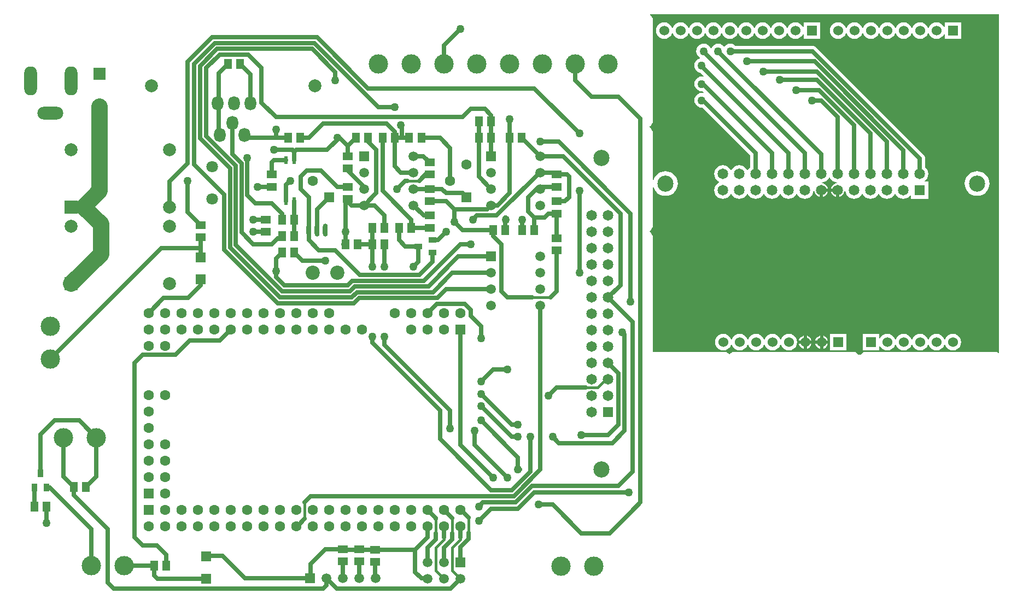
<source format=gtl>
%FSLAX25Y25*%
%MOIN*%
G70*
G01*
G75*
G04 Layer_Physical_Order=1*
G04 Layer_Color=255*
%ADD10R,0.05118X0.05906*%
%ADD11R,0.05118X0.03347*%
%ADD12R,0.06000X0.06000*%
%ADD13R,0.03347X0.05118*%
%ADD14R,0.02362X0.05118*%
%ADD15R,0.05906X0.05118*%
%ADD16C,0.02500*%
%ADD17C,0.10000*%
%ADD18C,0.01500*%
%ADD19O,0.07087X0.08661*%
%ADD20R,0.06000X0.06000*%
%ADD21C,0.06000*%
%ADD22C,0.07874*%
%ADD23R,0.07874X0.07874*%
%ADD24O,0.15748X0.07874*%
%ADD25O,0.07874X0.17716*%
%ADD26O,0.03000X0.07874*%
%ADD27R,0.06299X0.06299*%
%ADD28C,0.06299*%
%ADD29O,0.03000X0.07874*%
%ADD30C,0.07087*%
%ADD31R,0.05906X0.05906*%
%ADD32C,0.05906*%
%ADD33R,0.07284X0.07284*%
%ADD34C,0.07284*%
%ADD35R,0.06299X0.06299*%
%ADD36C,0.08661*%
%ADD37C,0.06496*%
%ADD38R,0.06496X0.06496*%
%ADD39R,0.06496X0.06496*%
%ADD40C,0.11811*%
%ADD41C,0.09843*%
%ADD42C,0.05000*%
G36*
X598750Y148649D02*
X598302Y148428D01*
X598251Y148467D01*
X597286Y148866D01*
X596250Y149003D01*
X517500D01*
X516464Y148866D01*
X515499Y148467D01*
X514670Y147830D01*
X514416Y147500D01*
X513084D01*
X512830Y147830D01*
X512001Y148467D01*
X511036Y148866D01*
X510000Y149003D01*
X437500D01*
X436464Y148866D01*
X435499Y148467D01*
X434695Y147850D01*
X434659Y147830D01*
X434091D01*
X434055Y147850D01*
X433251Y148467D01*
X432286Y148866D01*
X431250Y149003D01*
X388001D01*
X387671Y149379D01*
X387753Y150000D01*
Y218750D01*
X387616Y219786D01*
X387216Y220751D01*
X386580Y221580D01*
X385751Y222217D01*
X385670Y222250D01*
Y222750D01*
X385751Y222783D01*
X386580Y223420D01*
X387216Y224249D01*
X387616Y225214D01*
X387753Y226250D01*
Y249287D01*
X388253Y249361D01*
X388410Y248842D01*
X389108Y247537D01*
X390047Y246393D01*
X391190Y245454D01*
X392495Y244757D01*
X393911Y244327D01*
X395384Y244182D01*
X396856Y244327D01*
X398272Y244757D01*
X399577Y245454D01*
X400721Y246393D01*
X401660Y247537D01*
X402357Y248842D01*
X402787Y250258D01*
X402932Y251730D01*
X402787Y253203D01*
X402357Y254619D01*
X401660Y255924D01*
X400721Y257068D01*
X399577Y258006D01*
X398272Y258704D01*
X396856Y259133D01*
X395384Y259278D01*
X393911Y259133D01*
X392495Y258704D01*
X391190Y258006D01*
X390047Y257068D01*
X389108Y255924D01*
X388410Y254619D01*
X388253Y254100D01*
X387753Y254174D01*
Y282500D01*
X387616Y283536D01*
X387216Y284501D01*
X386580Y285330D01*
X385751Y285966D01*
X385670Y286000D01*
Y286500D01*
X385751Y286533D01*
X386580Y287170D01*
X387216Y287999D01*
X387616Y288964D01*
X387753Y290000D01*
Y351250D01*
X387616Y352286D01*
X387216Y353251D01*
X386580Y354080D01*
X386034Y354500D01*
X386203Y355000D01*
X598750D01*
Y148649D01*
D02*
G37*
%LPC*%
G36*
X479625Y158903D02*
X479581Y158897D01*
X478608Y158494D01*
X477772Y157853D01*
X477131Y157017D01*
X476728Y156044D01*
X476722Y156000D01*
X479625D01*
Y158903D01*
D02*
G37*
G36*
X494528Y154000D02*
X491625D01*
Y151097D01*
X491669Y151103D01*
X492642Y151506D01*
X493478Y152147D01*
X494119Y152983D01*
X494522Y153956D01*
X494528Y154000D01*
D02*
G37*
G36*
X489625Y158903D02*
X489581Y158897D01*
X488608Y158494D01*
X487772Y157853D01*
X487131Y157017D01*
X486728Y156044D01*
X486722Y156000D01*
X489625D01*
Y158903D01*
D02*
G37*
G36*
X481625D02*
Y156000D01*
X484528D01*
X484522Y156044D01*
X484119Y157017D01*
X483478Y157853D01*
X482642Y158494D01*
X481669Y158897D01*
X481625Y158903D01*
D02*
G37*
G36*
X484528Y154000D02*
X481625D01*
Y151097D01*
X481669Y151103D01*
X482642Y151506D01*
X483478Y152147D01*
X484119Y152983D01*
X484522Y153956D01*
X484528Y154000D01*
D02*
G37*
G36*
X479625D02*
X476722D01*
X476728Y153956D01*
X477131Y152983D01*
X477772Y152147D01*
X478608Y151506D01*
X479581Y151103D01*
X479625Y151097D01*
Y154000D01*
D02*
G37*
G36*
X505625Y160000D02*
X495625D01*
Y150000D01*
X505625D01*
Y160000D01*
D02*
G37*
G36*
X489625Y154000D02*
X486722D01*
X486728Y153956D01*
X487131Y152983D01*
X487772Y152147D01*
X488608Y151506D01*
X489581Y151103D01*
X489625Y151097D01*
Y154000D01*
D02*
G37*
G36*
X491625Y158903D02*
Y156000D01*
X494528D01*
X494522Y156044D01*
X494119Y157017D01*
X493478Y157853D01*
X492642Y158494D01*
X491669Y158897D01*
X491625Y158903D01*
D02*
G37*
G36*
X435000Y337039D02*
X433825Y336884D01*
X432731Y336431D01*
X431791Y335709D01*
X431500Y335331D01*
X431000D01*
X430709Y335709D01*
X429769Y336431D01*
X428675Y336884D01*
X427500Y337039D01*
X426325Y336884D01*
X425231Y336431D01*
X424291Y335709D01*
X423569Y334769D01*
X423375Y334300D01*
X422875D01*
X422681Y334769D01*
X421959Y335709D01*
X421019Y336431D01*
X419925Y336884D01*
X418750Y337039D01*
X417575Y336884D01*
X416481Y336431D01*
X415541Y335709D01*
X414819Y334769D01*
X414366Y333675D01*
X414211Y332500D01*
X414366Y331325D01*
X414819Y330231D01*
X415541Y329291D01*
X416381Y328646D01*
X416337Y328244D01*
X416281Y328116D01*
X415231Y327681D01*
X414291Y326959D01*
X413569Y326019D01*
X413116Y324925D01*
X412961Y323750D01*
X413116Y322575D01*
X413569Y321481D01*
X414291Y320541D01*
X415231Y319819D01*
X416325Y319366D01*
X416850Y319297D01*
X418803Y317343D01*
X418537Y316902D01*
X417500Y317039D01*
X416325Y316884D01*
X415231Y316431D01*
X414291Y315709D01*
X413569Y314769D01*
X413116Y313675D01*
X412961Y312500D01*
X413116Y311325D01*
X413569Y310231D01*
X414291Y309291D01*
X415231Y308569D01*
X416325Y308116D01*
X417500Y307961D01*
X418106Y308041D01*
X418803Y307343D01*
X418537Y306902D01*
X417500Y307039D01*
X416325Y306884D01*
X415231Y306431D01*
X414291Y305709D01*
X413569Y304769D01*
X413116Y303675D01*
X412961Y302500D01*
X413116Y301325D01*
X413569Y300231D01*
X414291Y299291D01*
X415231Y298569D01*
X416325Y298116D01*
X417500Y297961D01*
X418106Y298041D01*
X447106Y269041D01*
Y261814D01*
X446641Y261457D01*
X445800Y260361D01*
X445634Y259961D01*
X445134D01*
X444968Y260361D01*
X444127Y261457D01*
X443031Y262299D01*
X441754Y262827D01*
X440384Y263008D01*
X439014Y262827D01*
X437737Y262299D01*
X436641Y261457D01*
X435800Y260361D01*
X435634Y259961D01*
X435134D01*
X434968Y260361D01*
X434127Y261457D01*
X433031Y262299D01*
X431754Y262827D01*
X430384Y263008D01*
X429014Y262827D01*
X427737Y262299D01*
X426641Y261457D01*
X425800Y260361D01*
X425271Y259085D01*
X425091Y257715D01*
X425271Y256345D01*
X425800Y255068D01*
X426641Y253972D01*
X427737Y253130D01*
X428138Y252964D01*
Y252465D01*
X427737Y252299D01*
X426641Y251458D01*
X425800Y250361D01*
X425271Y249084D01*
X425091Y247714D01*
X425271Y246344D01*
X425800Y245068D01*
X426641Y243972D01*
X427737Y243130D01*
X429014Y242602D01*
X430384Y242421D01*
X431754Y242602D01*
X433031Y243130D01*
X434127Y243972D01*
X434968Y245068D01*
X435134Y245468D01*
X435634D01*
X435800Y245068D01*
X436641Y243972D01*
X437737Y243130D01*
X439014Y242602D01*
X440384Y242421D01*
X441754Y242602D01*
X443031Y243130D01*
X444127Y243972D01*
X444968Y245068D01*
X445134Y245468D01*
X445634D01*
X445800Y245068D01*
X446641Y243972D01*
X447737Y243130D01*
X449014Y242602D01*
X450384Y242421D01*
X451754Y242602D01*
X453030Y243130D01*
X454127Y243972D01*
X454968Y245068D01*
X455134Y245468D01*
X455634D01*
X455800Y245068D01*
X456641Y243972D01*
X457737Y243130D01*
X459014Y242602D01*
X460384Y242421D01*
X461754Y242602D01*
X463030Y243130D01*
X464127Y243972D01*
X464968Y245068D01*
X465134Y245468D01*
X465634D01*
X465800Y245068D01*
X466641Y243972D01*
X467737Y243130D01*
X469014Y242602D01*
X470384Y242421D01*
X471754Y242602D01*
X473031Y243130D01*
X474127Y243972D01*
X474968Y245068D01*
X475134Y245468D01*
X475634D01*
X475800Y245068D01*
X476641Y243972D01*
X477737Y243130D01*
X479014Y242602D01*
X480384Y242421D01*
X481754Y242602D01*
X483031Y243130D01*
X484127Y243972D01*
X484968Y245068D01*
X485497Y246344D01*
X485636Y247402D01*
X486140D01*
X486245Y246606D01*
X486673Y245572D01*
X487354Y244685D01*
X488241Y244004D01*
X489275Y243576D01*
X489384Y243562D01*
Y247714D01*
X490384D01*
Y248714D01*
X494537D01*
X494522Y248823D01*
X494095Y249857D01*
X493414Y250744D01*
X492526Y251425D01*
X491493Y251853D01*
X490696Y251958D01*
Y252462D01*
X491754Y252602D01*
X493031Y253130D01*
X494127Y253972D01*
X494968Y255068D01*
X495134Y255468D01*
X495634D01*
X495800Y255068D01*
X496641Y253972D01*
X497737Y253130D01*
X499014Y252602D01*
X500071Y252462D01*
Y251958D01*
X499275Y251853D01*
X498242Y251425D01*
X497354Y250744D01*
X496673Y249857D01*
X496245Y248823D01*
X496231Y248714D01*
X500384D01*
Y247714D01*
X501384D01*
Y243562D01*
X501493Y243576D01*
X502526Y244004D01*
X503414Y244685D01*
X504095Y245572D01*
X504523Y246606D01*
X504627Y247402D01*
X505132D01*
X505271Y246344D01*
X505800Y245068D01*
X506641Y243972D01*
X507737Y243130D01*
X509014Y242602D01*
X510384Y242421D01*
X511754Y242602D01*
X513030Y243130D01*
X514127Y243972D01*
X514968Y245068D01*
X515134Y245468D01*
X515634D01*
X515800Y245068D01*
X516641Y243972D01*
X517737Y243130D01*
X519014Y242602D01*
X520384Y242421D01*
X521754Y242602D01*
X523031Y243130D01*
X524127Y243972D01*
X524968Y245068D01*
X525134Y245468D01*
X525634D01*
X525800Y245068D01*
X526641Y243972D01*
X527737Y243130D01*
X529014Y242602D01*
X530384Y242421D01*
X531754Y242602D01*
X533031Y243130D01*
X534127Y243972D01*
X534968Y245068D01*
X535134Y245468D01*
X535634D01*
X535800Y245068D01*
X536641Y243972D01*
X537737Y243130D01*
X539014Y242602D01*
X540384Y242421D01*
X541754Y242602D01*
X543031Y243130D01*
X544127Y243972D01*
X544636Y244635D01*
X545136Y244465D01*
Y242466D01*
X555632D01*
Y252963D01*
X553633D01*
X553463Y253463D01*
X554127Y253972D01*
X554968Y255068D01*
X555497Y256345D01*
X555677Y257715D01*
X555497Y259085D01*
X554968Y260361D01*
X554127Y261457D01*
X553662Y261814D01*
Y267116D01*
X553606Y267540D01*
X553550Y267965D01*
X553386Y268360D01*
X553223Y268755D01*
X552702Y269434D01*
X487318Y334818D01*
X486639Y335339D01*
X486244Y335503D01*
X485848Y335666D01*
X485424Y335722D01*
X485000Y335778D01*
X438120D01*
X437269Y336431D01*
X436175Y336884D01*
X435000Y337039D01*
D02*
G37*
G36*
X585384Y259278D02*
X583911Y259133D01*
X582495Y258704D01*
X581190Y258006D01*
X580047Y257068D01*
X579108Y255924D01*
X578410Y254619D01*
X577981Y253203D01*
X577836Y251730D01*
X577981Y250258D01*
X578410Y248842D01*
X579108Y247537D01*
X580047Y246393D01*
X581190Y245454D01*
X582495Y244757D01*
X583911Y244327D01*
X585384Y244182D01*
X586856Y244327D01*
X588272Y244757D01*
X589577Y245454D01*
X590721Y246393D01*
X591660Y247537D01*
X592357Y248842D01*
X592787Y250258D01*
X592932Y251730D01*
X592787Y253203D01*
X592357Y254619D01*
X591660Y255924D01*
X590721Y257068D01*
X589577Y258006D01*
X588272Y258704D01*
X586856Y259133D01*
X585384Y259278D01*
D02*
G37*
G36*
X560625Y350043D02*
X559320Y349871D01*
X558103Y349367D01*
X557059Y348566D01*
X556257Y347522D01*
X555896Y346648D01*
X555354D01*
X554992Y347522D01*
X554191Y348566D01*
X553147Y349367D01*
X551930Y349871D01*
X550625Y350043D01*
X549320Y349871D01*
X548103Y349367D01*
X547059Y348566D01*
X546257Y347522D01*
X545896Y346648D01*
X545354D01*
X544992Y347522D01*
X544191Y348566D01*
X543147Y349367D01*
X541930Y349871D01*
X540625Y350043D01*
X539320Y349871D01*
X538103Y349367D01*
X537059Y348566D01*
X536258Y347522D01*
X535896Y346648D01*
X535354D01*
X534993Y347522D01*
X534191Y348566D01*
X533147Y349367D01*
X531930Y349871D01*
X530625Y350043D01*
X529320Y349871D01*
X528103Y349367D01*
X527059Y348566D01*
X526258Y347522D01*
X525896Y346648D01*
X525354D01*
X524993Y347522D01*
X524191Y348566D01*
X523147Y349367D01*
X521930Y349871D01*
X520625Y350043D01*
X519320Y349871D01*
X518103Y349367D01*
X517059Y348566D01*
X516257Y347522D01*
X515896Y346648D01*
X515354D01*
X514993Y347522D01*
X514191Y348566D01*
X513147Y349367D01*
X511930Y349871D01*
X510625Y350043D01*
X509320Y349871D01*
X508103Y349367D01*
X507059Y348566D01*
X506257Y347522D01*
X505896Y346648D01*
X505354D01*
X504992Y347522D01*
X504191Y348566D01*
X503147Y349367D01*
X501930Y349871D01*
X500625Y350043D01*
X499320Y349871D01*
X498103Y349367D01*
X497059Y348566D01*
X496257Y347522D01*
X495754Y346305D01*
X495582Y345000D01*
X495754Y343695D01*
X496257Y342478D01*
X497059Y341434D01*
X498103Y340633D01*
X499320Y340129D01*
X500625Y339957D01*
X501930Y340129D01*
X503147Y340633D01*
X504191Y341434D01*
X504992Y342478D01*
X505354Y343352D01*
X505896D01*
X506257Y342478D01*
X507059Y341434D01*
X508103Y340633D01*
X509320Y340129D01*
X510625Y339957D01*
X511930Y340129D01*
X513147Y340633D01*
X514191Y341434D01*
X514993Y342478D01*
X515354Y343352D01*
X515896D01*
X516257Y342478D01*
X517059Y341434D01*
X518103Y340633D01*
X519320Y340129D01*
X520625Y339957D01*
X521930Y340129D01*
X523147Y340633D01*
X524191Y341434D01*
X524993Y342478D01*
X525354Y343352D01*
X525896D01*
X526258Y342478D01*
X527059Y341434D01*
X528103Y340633D01*
X529320Y340129D01*
X530625Y339957D01*
X531930Y340129D01*
X533147Y340633D01*
X534191Y341434D01*
X534993Y342478D01*
X535354Y343352D01*
X535896D01*
X536258Y342478D01*
X537059Y341434D01*
X538103Y340633D01*
X539320Y340129D01*
X540625Y339957D01*
X541930Y340129D01*
X543147Y340633D01*
X544191Y341434D01*
X544992Y342478D01*
X545354Y343352D01*
X545896D01*
X546257Y342478D01*
X547059Y341434D01*
X548103Y340633D01*
X549320Y340129D01*
X550625Y339957D01*
X551930Y340129D01*
X553147Y340633D01*
X554191Y341434D01*
X554992Y342478D01*
X555354Y343352D01*
X555896D01*
X556257Y342478D01*
X557059Y341434D01*
X558103Y340633D01*
X559320Y340129D01*
X560625Y339957D01*
X561930Y340129D01*
X563147Y340633D01*
X564191Y341434D01*
X564993Y342478D01*
X565125Y342798D01*
X565625Y342699D01*
Y340000D01*
X575625D01*
Y350000D01*
X565625D01*
Y347301D01*
X565125Y347202D01*
X564993Y347522D01*
X564191Y348566D01*
X563147Y349367D01*
X561930Y349871D01*
X560625Y350043D01*
D02*
G37*
G36*
X474625D02*
X473320Y349871D01*
X472103Y349367D01*
X471059Y348566D01*
X470258Y347522D01*
X469896Y346648D01*
X469354D01*
X468993Y347522D01*
X468191Y348566D01*
X467147Y349367D01*
X465930Y349871D01*
X464625Y350043D01*
X463320Y349871D01*
X462103Y349367D01*
X461059Y348566D01*
X460257Y347522D01*
X459896Y346648D01*
X459354D01*
X458992Y347522D01*
X458191Y348566D01*
X457147Y349367D01*
X455930Y349871D01*
X454625Y350043D01*
X453320Y349871D01*
X452103Y349367D01*
X451059Y348566D01*
X450257Y347522D01*
X449896Y346648D01*
X449354D01*
X448992Y347522D01*
X448191Y348566D01*
X447147Y349367D01*
X445930Y349871D01*
X444625Y350043D01*
X443320Y349871D01*
X442103Y349367D01*
X441059Y348566D01*
X440258Y347522D01*
X439896Y346648D01*
X439354D01*
X438993Y347522D01*
X438191Y348566D01*
X437147Y349367D01*
X435930Y349871D01*
X434625Y350043D01*
X433320Y349871D01*
X432103Y349367D01*
X431059Y348566D01*
X430258Y347522D01*
X429896Y346648D01*
X429354D01*
X428993Y347522D01*
X428191Y348566D01*
X427147Y349367D01*
X425930Y349871D01*
X424625Y350043D01*
X423320Y349871D01*
X422103Y349367D01*
X421059Y348566D01*
X420258Y347522D01*
X419896Y346648D01*
X419354D01*
X418993Y347522D01*
X418191Y348566D01*
X417147Y349367D01*
X415930Y349871D01*
X414625Y350043D01*
X413320Y349871D01*
X412103Y349367D01*
X411059Y348566D01*
X410257Y347522D01*
X409896Y346648D01*
X409354D01*
X408992Y347522D01*
X408191Y348566D01*
X407147Y349367D01*
X405930Y349871D01*
X404625Y350043D01*
X403320Y349871D01*
X402103Y349367D01*
X401059Y348566D01*
X400257Y347522D01*
X399896Y346648D01*
X399354D01*
X398992Y347522D01*
X398191Y348566D01*
X397147Y349367D01*
X395930Y349871D01*
X394625Y350043D01*
X393320Y349871D01*
X392103Y349367D01*
X391059Y348566D01*
X390258Y347522D01*
X389754Y346305D01*
X389582Y345000D01*
X389754Y343695D01*
X390258Y342478D01*
X391059Y341434D01*
X392103Y340633D01*
X393320Y340129D01*
X394625Y339957D01*
X395930Y340129D01*
X397147Y340633D01*
X398191Y341434D01*
X398992Y342478D01*
X399354Y343352D01*
X399896D01*
X400257Y342478D01*
X401059Y341434D01*
X402103Y340633D01*
X403320Y340129D01*
X404625Y339957D01*
X405930Y340129D01*
X407147Y340633D01*
X408191Y341434D01*
X408992Y342478D01*
X409354Y343352D01*
X409896D01*
X410257Y342478D01*
X411059Y341434D01*
X412103Y340633D01*
X413320Y340129D01*
X414625Y339957D01*
X415930Y340129D01*
X417147Y340633D01*
X418191Y341434D01*
X418993Y342478D01*
X419354Y343352D01*
X419896D01*
X420258Y342478D01*
X421059Y341434D01*
X422103Y340633D01*
X423320Y340129D01*
X424625Y339957D01*
X425930Y340129D01*
X427147Y340633D01*
X428191Y341434D01*
X428993Y342478D01*
X429354Y343352D01*
X429896D01*
X430258Y342478D01*
X431059Y341434D01*
X432103Y340633D01*
X433320Y340129D01*
X434625Y339957D01*
X435930Y340129D01*
X437147Y340633D01*
X438191Y341434D01*
X438993Y342478D01*
X439354Y343352D01*
X439896D01*
X440258Y342478D01*
X441059Y341434D01*
X442103Y340633D01*
X443320Y340129D01*
X444625Y339957D01*
X445930Y340129D01*
X447147Y340633D01*
X448191Y341434D01*
X448992Y342478D01*
X449354Y343352D01*
X449896D01*
X450257Y342478D01*
X451059Y341434D01*
X452103Y340633D01*
X453320Y340129D01*
X454625Y339957D01*
X455930Y340129D01*
X457147Y340633D01*
X458191Y341434D01*
X458992Y342478D01*
X459354Y343352D01*
X459896D01*
X460257Y342478D01*
X461059Y341434D01*
X462103Y340633D01*
X463320Y340129D01*
X464625Y339957D01*
X465930Y340129D01*
X467147Y340633D01*
X468191Y341434D01*
X468993Y342478D01*
X469354Y343352D01*
X469896D01*
X470258Y342478D01*
X471059Y341434D01*
X472103Y340633D01*
X473320Y340129D01*
X474625Y339957D01*
X475930Y340129D01*
X477147Y340633D01*
X478191Y341434D01*
X478993Y342478D01*
X479125Y342798D01*
X479625Y342699D01*
Y340000D01*
X489625D01*
Y350000D01*
X479625D01*
Y347301D01*
X479125Y347202D01*
X478993Y347522D01*
X478191Y348566D01*
X477147Y349367D01*
X475930Y349871D01*
X474625Y350043D01*
D02*
G37*
G36*
X570625Y160043D02*
X569320Y159871D01*
X568103Y159368D01*
X567059Y158566D01*
X566257Y157522D01*
X565896Y156648D01*
X565354D01*
X564993Y157522D01*
X564191Y158566D01*
X563147Y159368D01*
X561930Y159871D01*
X560625Y160043D01*
X559320Y159871D01*
X558103Y159368D01*
X557059Y158566D01*
X556257Y157522D01*
X555896Y156648D01*
X555354D01*
X554992Y157522D01*
X554191Y158566D01*
X553147Y159368D01*
X551930Y159871D01*
X550625Y160043D01*
X549320Y159871D01*
X548103Y159368D01*
X547059Y158566D01*
X546257Y157522D01*
X545896Y156648D01*
X545354D01*
X544992Y157522D01*
X544191Y158566D01*
X543147Y159368D01*
X541930Y159871D01*
X540625Y160043D01*
X539320Y159871D01*
X538103Y159368D01*
X537059Y158566D01*
X536258Y157522D01*
X535896Y156648D01*
X535354D01*
X534993Y157522D01*
X534191Y158566D01*
X533147Y159368D01*
X531930Y159871D01*
X530625Y160043D01*
X529320Y159871D01*
X528103Y159368D01*
X527059Y158566D01*
X526258Y157522D01*
X526125Y157202D01*
X525625Y157301D01*
Y160000D01*
X515625D01*
Y150000D01*
X525625D01*
Y152699D01*
X526125Y152798D01*
X526258Y152478D01*
X527059Y151434D01*
X528103Y150633D01*
X529320Y150129D01*
X530625Y149957D01*
X531930Y150129D01*
X533147Y150633D01*
X534191Y151434D01*
X534993Y152478D01*
X535354Y153352D01*
X535896D01*
X536258Y152478D01*
X537059Y151434D01*
X538103Y150633D01*
X539320Y150129D01*
X540625Y149957D01*
X541930Y150129D01*
X543147Y150633D01*
X544191Y151434D01*
X544992Y152478D01*
X545354Y153352D01*
X545896D01*
X546257Y152478D01*
X547059Y151434D01*
X548103Y150633D01*
X549320Y150129D01*
X550625Y149957D01*
X551930Y150129D01*
X553147Y150633D01*
X554191Y151434D01*
X554992Y152478D01*
X555354Y153352D01*
X555896D01*
X556257Y152478D01*
X557059Y151434D01*
X558103Y150633D01*
X559320Y150129D01*
X560625Y149957D01*
X561930Y150129D01*
X563147Y150633D01*
X564191Y151434D01*
X564993Y152478D01*
X565354Y153352D01*
X565896D01*
X566257Y152478D01*
X567059Y151434D01*
X568103Y150633D01*
X569320Y150129D01*
X570625Y149957D01*
X571930Y150129D01*
X573147Y150633D01*
X574191Y151434D01*
X574993Y152478D01*
X575496Y153695D01*
X575668Y155000D01*
X575496Y156305D01*
X574993Y157522D01*
X574191Y158566D01*
X573147Y159368D01*
X571930Y159871D01*
X570625Y160043D01*
D02*
G37*
G36*
X470625D02*
X469320Y159871D01*
X468103Y159368D01*
X467059Y158566D01*
X466257Y157522D01*
X465896Y156648D01*
X465354D01*
X464993Y157522D01*
X464191Y158566D01*
X463147Y159368D01*
X461930Y159871D01*
X460625Y160043D01*
X459320Y159871D01*
X458103Y159368D01*
X457059Y158566D01*
X456257Y157522D01*
X455896Y156648D01*
X455354D01*
X454992Y157522D01*
X454191Y158566D01*
X453147Y159368D01*
X451930Y159871D01*
X450625Y160043D01*
X449320Y159871D01*
X448103Y159368D01*
X447059Y158566D01*
X446257Y157522D01*
X445896Y156648D01*
X445354D01*
X444992Y157522D01*
X444191Y158566D01*
X443147Y159368D01*
X441930Y159871D01*
X440625Y160043D01*
X439320Y159871D01*
X438103Y159368D01*
X437059Y158566D01*
X436258Y157522D01*
X435896Y156648D01*
X435354D01*
X434993Y157522D01*
X434191Y158566D01*
X433147Y159368D01*
X431930Y159871D01*
X430625Y160043D01*
X429320Y159871D01*
X428103Y159368D01*
X427059Y158566D01*
X426258Y157522D01*
X425754Y156305D01*
X425582Y155000D01*
X425754Y153695D01*
X426258Y152478D01*
X427059Y151434D01*
X428103Y150633D01*
X429320Y150129D01*
X430625Y149957D01*
X431930Y150129D01*
X433147Y150633D01*
X434191Y151434D01*
X434993Y152478D01*
X435354Y153352D01*
X435896D01*
X436258Y152478D01*
X437059Y151434D01*
X438103Y150633D01*
X439320Y150129D01*
X440625Y149957D01*
X441930Y150129D01*
X443147Y150633D01*
X444191Y151434D01*
X444992Y152478D01*
X445354Y153352D01*
X445896D01*
X446257Y152478D01*
X447059Y151434D01*
X448103Y150633D01*
X449320Y150129D01*
X450625Y149957D01*
X451930Y150129D01*
X453147Y150633D01*
X454191Y151434D01*
X454992Y152478D01*
X455354Y153352D01*
X455896D01*
X456257Y152478D01*
X457059Y151434D01*
X458103Y150633D01*
X459320Y150129D01*
X460625Y149957D01*
X461930Y150129D01*
X463147Y150633D01*
X464191Y151434D01*
X464993Y152478D01*
X465354Y153352D01*
X465896D01*
X466257Y152478D01*
X467059Y151434D01*
X468103Y150633D01*
X469320Y150129D01*
X470625Y149957D01*
X471930Y150129D01*
X473147Y150633D01*
X474191Y151434D01*
X474993Y152478D01*
X475496Y153695D01*
X475668Y155000D01*
X475496Y156305D01*
X474993Y157522D01*
X474191Y158566D01*
X473147Y159368D01*
X471930Y159871D01*
X470625Y160043D01*
D02*
G37*
G36*
X499384Y246714D02*
X496231D01*
X496245Y246606D01*
X496673Y245572D01*
X497354Y244685D01*
X498242Y244004D01*
X499275Y243576D01*
X499384Y243562D01*
Y246714D01*
D02*
G37*
G36*
X494537D02*
X491384D01*
Y243562D01*
X491493Y243576D01*
X492526Y244004D01*
X493414Y244685D01*
X494095Y245572D01*
X494522Y246606D01*
X494537Y246714D01*
D02*
G37*
%LPD*%
D10*
X165394Y279714D02*
D03*
X172874D02*
D03*
X206644D02*
D03*
X214124D02*
D03*
X281644Y289715D02*
D03*
X289124D02*
D03*
X207874Y214715D02*
D03*
X200394D02*
D03*
X222894Y279714D02*
D03*
X230374D02*
D03*
X136124Y324714D02*
D03*
X128644D02*
D03*
X240374Y224714D02*
D03*
X232894D02*
D03*
X246624Y279714D02*
D03*
X239144D02*
D03*
X161644Y219714D02*
D03*
X169124D02*
D03*
X169124Y229714D02*
D03*
X161644D02*
D03*
X83644Y18714D02*
D03*
X91124D02*
D03*
X34644Y66715D02*
D03*
X42124D02*
D03*
X10644Y54715D02*
D03*
X18124D02*
D03*
X281644Y279714D02*
D03*
X289124D02*
D03*
X224124Y214715D02*
D03*
X216644D02*
D03*
X169124Y209715D02*
D03*
X161644D02*
D03*
X290394Y223464D02*
D03*
X297874D02*
D03*
X307894D02*
D03*
X315374D02*
D03*
X216644Y224714D02*
D03*
X224124D02*
D03*
X307874Y279714D02*
D03*
X300394D02*
D03*
D11*
X253465Y209724D02*
D03*
X244803Y213464D02*
D03*
X253465Y217205D02*
D03*
D12*
X112134Y193214D02*
D03*
Y206715D02*
D03*
X115384Y24215D02*
D03*
Y10714D02*
D03*
D13*
X10644Y66384D02*
D03*
X14384Y75045D02*
D03*
X18124Y66384D02*
D03*
D14*
X169134Y265866D02*
D03*
X164134Y241063D02*
D03*
X169134D02*
D03*
X164134Y265866D02*
D03*
D15*
X218384Y28455D02*
D03*
Y20974D02*
D03*
X198634Y28705D02*
D03*
Y21224D02*
D03*
X208634Y28705D02*
D03*
Y21224D02*
D03*
X329134Y249724D02*
D03*
Y257205D02*
D03*
X151634Y229705D02*
D03*
Y222224D02*
D03*
X329134Y218455D02*
D03*
Y210974D02*
D03*
X112134Y226455D02*
D03*
Y218974D02*
D03*
X251634Y240974D02*
D03*
Y248455D02*
D03*
Y264705D02*
D03*
Y257224D02*
D03*
Y232205D02*
D03*
Y224724D02*
D03*
X155384Y249724D02*
D03*
Y257205D02*
D03*
X329134Y233474D02*
D03*
Y240955D02*
D03*
X201634Y268455D02*
D03*
Y260974D02*
D03*
Y249705D02*
D03*
Y242224D02*
D03*
D16*
X122884Y282116D02*
Y318955D01*
Y282116D02*
X123750Y281250D01*
X157884Y279714D02*
X165394D01*
X140286D02*
X157884D01*
X138750Y281250D02*
X140286Y279714D01*
X131250Y269631D02*
X136884Y263997D01*
X131250Y269631D02*
Y288750D01*
X500384Y257715D02*
Y292368D01*
X490251Y302500D02*
X500384Y292368D01*
X484625Y302500D02*
X490251D01*
X510384Y257715D02*
Y287317D01*
X488951Y308750D02*
X510384Y287317D01*
X475000Y308750D02*
X488951D01*
X520384Y257715D02*
Y282267D01*
X487651Y315000D02*
X520384Y282267D01*
X465000Y315000D02*
X487651D01*
X530384Y257715D02*
Y277217D01*
X487601Y320000D02*
X530384Y277217D01*
X455000Y320000D02*
X487601D01*
X540384Y257715D02*
Y272166D01*
X486300Y326250D02*
X540384Y272166D01*
X445000Y326250D02*
X486300D01*
X550384Y257715D02*
Y267116D01*
X485000Y332500D02*
X550384Y267116D01*
X435000Y332500D02*
X485000D01*
X418283D02*
X480384Y270399D01*
X490384Y257715D02*
Y269616D01*
X427500Y332500D02*
X490384Y269616D01*
X417500Y302500D02*
X418283D01*
X450384Y270399D01*
X417500Y312500D02*
X418283D01*
X460384Y270399D01*
X417500Y323283D02*
Y323750D01*
Y323283D02*
X470384Y270399D01*
Y257715D02*
Y270399D01*
X450384Y257715D02*
Y270399D01*
X460384Y257715D02*
Y270399D01*
X480384Y257715D02*
Y270399D01*
X80384Y172714D02*
X89544Y181875D01*
X104375D01*
X112134Y189634D01*
Y193214D01*
X93125Y253125D02*
X104134Y264134D01*
X93125Y237500D02*
Y253125D01*
X104134Y234455D02*
X112134Y226455D01*
X111634Y279348D02*
Y323414D01*
X115384Y280547D02*
X133384Y262547D01*
X115384Y280547D02*
Y322215D01*
X111634Y279348D02*
X129884Y261098D01*
Y212715D02*
Y261098D01*
X133384Y214214D02*
Y262547D01*
X136884Y221965D02*
Y263997D01*
Y221965D02*
X144134Y214715D01*
X140384Y244714D02*
Y267214D01*
Y244714D02*
X145384Y239715D01*
X107884Y263464D02*
X126384Y244965D01*
Y211214D02*
Y244965D01*
X133384Y214214D02*
X161634Y185965D01*
X129884Y212715D02*
X160384Y182214D01*
X126384Y211214D02*
X158884Y178715D01*
X281634Y45965D02*
X289134Y53465D01*
X281634Y54715D02*
X284134Y57214D01*
X319124Y268464D02*
X332884D01*
X177884Y217214D02*
Y243464D01*
X201624Y249714D02*
X201634Y249705D01*
X195384Y249714D02*
X201624D01*
X185384Y259715D02*
X195384Y249714D01*
X176634Y259715D02*
X185384D01*
X172884Y255964D02*
X176634Y259715D01*
X172884Y248464D02*
Y255964D01*
Y248464D02*
X177884Y243464D01*
X194006Y211093D02*
X209134Y195965D01*
X184006Y211093D02*
X194006D01*
X177884Y217214D02*
X184006Y211093D01*
X319134Y277215D02*
X330384D01*
X374134Y233465D01*
Y179715D02*
Y233465D01*
X369134Y160965D02*
X370384Y159714D01*
Y100964D02*
Y159714D01*
X362884Y93464D02*
X370384Y100964D01*
X360384Y182214D02*
X375384Y167215D01*
X366634Y304714D02*
X380059Y291289D01*
X330384Y93464D02*
X362884D01*
X326634Y97215D02*
X330384Y93464D01*
X304134Y57214D02*
X314134Y67215D01*
X312884Y75964D02*
Y97215D01*
X301634Y64714D02*
X312884Y75964D01*
X289134Y64714D02*
X301634D01*
X257884Y95964D02*
X289134Y64714D01*
X257884Y95964D02*
Y113464D01*
X216634Y154715D02*
X257884Y113464D01*
X216634Y154715D02*
Y158465D01*
X270384Y92215D02*
X290384Y72215D01*
X270384Y92215D02*
Y162715D01*
X216634Y200964D02*
X216644Y200974D01*
Y214715D01*
X297874Y223464D02*
Y230955D01*
X297884Y229714D02*
Y230945D01*
X297874Y230955D02*
X297884Y230945D01*
X307884Y229714D02*
X307894Y229705D01*
Y223464D02*
Y229705D01*
X295384Y185965D02*
Y214715D01*
Y185965D02*
X299134Y182214D01*
X314134D01*
X325384D02*
X329134Y185965D01*
Y210974D01*
X174124Y204714D02*
X187884D01*
X169124Y209715D02*
X174124Y204714D01*
X224124Y200974D02*
Y214715D01*
X244803Y204134D02*
Y213464D01*
X241634Y200964D02*
X244803Y204134D01*
X204384Y192464D02*
X248134D01*
X250884Y188964D02*
X269134Y207214D01*
X205884Y188964D02*
X250884D01*
X256384Y181965D02*
X261634Y187215D01*
X253634Y185465D02*
X265384Y197214D01*
X201634Y189715D02*
X204384Y192464D01*
X202884Y185965D02*
X205884Y188964D01*
X207334Y185465D02*
X253634D01*
X208783Y181965D02*
X256384D01*
X204084Y182214D02*
X207334Y185465D01*
X205533Y178715D02*
X208783Y181965D01*
X245384Y195965D02*
X253465Y204045D01*
X209134Y195965D02*
X245384D01*
X280384Y232214D02*
X292416D01*
X277884Y229714D02*
X280384Y232214D01*
X271634Y223464D02*
X290394D01*
X266634Y228465D02*
X271634Y223464D01*
X292416Y232214D02*
X318666Y258465D01*
X319134D01*
X104134Y325964D02*
X119134Y340965D01*
X104134Y264134D02*
Y325964D01*
X107884Y324614D02*
X120734Y337464D01*
X107884Y263464D02*
Y324614D01*
X111634Y323414D02*
X122184Y333964D01*
X115384Y322215D02*
X123634Y330465D01*
X119134Y340965D02*
X182884D01*
X181434Y337464D02*
X220434Y298464D01*
X140884Y330465D02*
X149134Y322215D01*
X123634Y330465D02*
X140884D01*
X179884Y333964D02*
X194134Y319714D01*
X122184Y333964D02*
X179884D01*
X120734Y337464D02*
X181434D01*
X182884Y340965D02*
X214134Y309715D01*
X315384D01*
X220434Y298464D02*
X230384D01*
X234759Y279714D02*
X239144D01*
X230374D02*
X234759D01*
Y286590D01*
X234134Y287214D02*
X234759Y286590D01*
X315384Y309715D02*
X342884Y282214D01*
X194134Y314715D02*
Y319714D01*
X289124Y279714D02*
Y289715D01*
Y268474D02*
Y279714D01*
Y289715D02*
Y293474D01*
X285384Y297215D02*
X289124Y293474D01*
X276634Y297215D02*
X285384D01*
X271634Y292214D02*
X276634Y297215D01*
X157884Y292214D02*
X271634D01*
X149134Y300964D02*
X157884Y292214D01*
X149134Y300964D02*
Y322215D01*
X158884Y178715D02*
X205533D01*
X162884Y189715D02*
X201634D01*
X157884Y194714D02*
X162884Y189715D01*
X157884Y194714D02*
Y198465D01*
X160384Y182214D02*
X204084D01*
X161634Y185965D02*
X202884D01*
X248134Y192464D02*
X270384Y214715D01*
X261634Y187215D02*
X289134D01*
X265384Y197214D02*
X289134D01*
X269134Y207214D02*
X289134D01*
X300394Y245974D02*
Y279714D01*
X292884Y238464D02*
X300394Y245974D01*
X289134Y238464D02*
X292884D01*
X300394Y279714D02*
Y290955D01*
X307874Y279714D02*
X319124Y268464D01*
X270384Y214715D02*
X276634D01*
X290394Y219705D02*
Y223464D01*
Y219705D02*
X295384Y214715D01*
X157884Y198465D02*
Y205955D01*
X182884Y235964D02*
X190384Y243464D01*
X182884Y223464D02*
Y235964D01*
X324144Y233474D02*
X329134D01*
X321634Y230964D02*
X324144Y233474D01*
X315364Y230964D02*
X321634D01*
X311634Y234695D02*
Y243464D01*
X315364Y230964D02*
X315374Y230955D01*
X311634Y234695D02*
X315364Y230964D01*
X315374Y223464D02*
Y230955D01*
X189124Y272215D02*
X196624Y279714D01*
X170384Y272215D02*
X189124D01*
X169134Y270965D02*
X170384Y272215D01*
X230374Y279714D02*
Y283474D01*
X225384Y288464D02*
X230374Y283474D01*
X186634Y288464D02*
X225384D01*
X177884Y279714D02*
X186634Y288464D01*
X172874Y279714D02*
X177884D01*
X156634Y272215D02*
X167884D01*
X169134Y270965D01*
Y265866D02*
Y270965D01*
X201634Y268455D02*
Y274705D01*
X206644Y279714D01*
X241634Y268464D02*
X247874D01*
X251634Y264705D01*
X211634Y248464D02*
Y249714D01*
X201634Y240965D02*
X204134Y238464D01*
X201634Y240965D02*
Y242224D01*
X214124Y277224D02*
Y279714D01*
Y277224D02*
X219134Y272215D01*
Y245965D02*
Y272215D01*
X211634Y238464D02*
X219134Y245965D01*
X230374Y262224D02*
Y279714D01*
Y262224D02*
X234134Y258465D01*
X241634D01*
Y238464D02*
X247894Y232205D01*
X251634D01*
X240384Y224724D02*
X251634D01*
X236634Y213464D02*
X244803D01*
X232884Y217214D02*
Y224705D01*
X232894Y224714D01*
X224124D02*
Y232224D01*
X204134Y238464D02*
X217884D01*
X224124Y232224D01*
X251634Y240974D02*
X261624D01*
X266634Y235964D01*
Y228465D02*
Y235964D01*
X222884Y279714D02*
X222894D01*
X222884Y247215D02*
X240384Y229714D01*
X222884Y247215D02*
Y279714D01*
X240384Y224724D02*
Y229714D01*
X240374Y224714D02*
X240384Y224724D01*
X196624Y279714D02*
X201634Y274705D01*
X241634Y248464D02*
X251624D01*
X251634Y248455D01*
X259144D01*
X261634Y245965D01*
X271634D01*
X274134Y243464D01*
X264134Y253465D02*
Y273464D01*
X257884Y279714D02*
X264134Y273464D01*
X246624Y279714D02*
X257884D01*
X249144Y257224D02*
X251634D01*
X245384Y253465D02*
X249144Y257224D01*
X236634Y253465D02*
X237884D01*
X231634Y248464D02*
X236634Y253465D01*
X253465Y217205D02*
X256624D01*
X261634Y222215D01*
X216644Y214715D02*
Y224714D01*
Y214715D02*
X216644Y214715D01*
X207874D02*
X216644D01*
X216644Y214715D01*
X199134Y214715D02*
X200384Y215965D01*
X169124Y219714D02*
X169134Y219724D01*
Y241063D01*
X155384Y257205D02*
Y264715D01*
X156634Y265965D01*
X164035D01*
X164134Y265866D01*
X144134Y214715D02*
X155384D01*
X159134Y218464D01*
X160394D01*
X161644Y219714D01*
X320394Y249724D02*
X329134D01*
X319134Y248464D02*
X320394Y249724D01*
X157884Y205955D02*
X161644Y209715D01*
X144134Y222215D02*
X151624D01*
X151634Y222224D01*
X286634Y235964D02*
X289134Y238464D01*
X266634Y235964D02*
X286634D01*
X281644Y255955D02*
X289134Y248464D01*
X281644Y255955D02*
Y289715D01*
X289124Y268474D02*
X289134Y268464D01*
X327874Y258465D02*
X329134Y257205D01*
X319134Y258465D02*
X327874D01*
X329134Y240955D02*
X334124D01*
X336634Y243464D01*
Y255964D01*
X335384Y257214D02*
X336634Y255964D01*
X329144Y257214D02*
X335384D01*
X329134Y257205D02*
X329144Y257214D01*
X329134Y218455D02*
Y233474D01*
X311634Y243464D02*
X316634Y248464D01*
X319134D01*
X198634Y10965D02*
Y21224D01*
X208634Y10965D02*
Y21224D01*
X218384Y11214D02*
Y20974D01*
Y11214D02*
X218634Y10965D01*
X198634Y28705D02*
X198884Y28455D01*
X188124Y28705D02*
X198634D01*
X179134Y19715D02*
X188124Y28705D01*
X179134Y11464D02*
Y19715D01*
X178634Y10965D02*
X179134Y11464D01*
X242874Y28455D02*
X250384Y35965D01*
Y42715D01*
X242874Y14724D02*
Y28455D01*
Y14724D02*
X246634Y10965D01*
X250134D01*
X250384Y10714D01*
Y52715D02*
X255384Y47714D01*
Y47214D02*
Y47714D01*
Y34714D02*
Y38464D01*
X250384Y29715D02*
X255384Y34714D01*
X250384Y20715D02*
Y29715D01*
X260384Y20715D02*
Y29715D01*
X265384Y34714D01*
Y38464D01*
X260384Y52715D02*
X265384Y47714D01*
X270384Y20965D02*
Y29965D01*
X275384Y34964D01*
Y38715D01*
X270384Y52965D02*
X275384Y47965D01*
X260384Y35965D02*
Y42715D01*
X270384Y35965D02*
Y42715D01*
X122884Y318955D02*
X128644Y324714D01*
X136124D02*
X142384Y318455D01*
Y300714D02*
Y318455D01*
X20384Y144714D02*
X87884Y212214D01*
X112134D01*
Y206715D02*
Y218974D01*
X28384Y72974D02*
X34644Y66715D01*
X28384Y72974D02*
Y96715D01*
X42124Y66715D02*
X48384Y72974D01*
Y96715D01*
X10644Y54715D02*
Y66384D01*
X10644Y54715D02*
X10644Y54715D01*
X65384Y18714D02*
X83644D01*
Y12705D02*
Y18714D01*
Y12705D02*
X85634Y10714D01*
X115384D01*
X14384Y75045D02*
Y98715D01*
X22884Y107214D01*
X37884D01*
X48384Y96715D01*
X18124Y66384D02*
X19964D01*
X45384Y40964D01*
Y18714D02*
Y40964D01*
X17884Y54715D02*
X18124D01*
X116634Y24714D02*
X125384D01*
X139134Y10965D02*
X178634D01*
X125384Y24714D02*
X139134Y10965D01*
X164134Y241063D02*
Y250964D01*
X166634Y253465D01*
X161644Y229714D02*
Y233455D01*
X155384Y239715D02*
X161644Y233455D01*
X145384Y239715D02*
X155384D01*
X18124Y44955D02*
Y54715D01*
X17884Y44714D02*
X18124Y44955D01*
X91124Y18714D02*
Y25224D01*
X85384Y30964D02*
X91124Y25224D01*
X71634Y142215D02*
X76634Y147214D01*
X96634D01*
X105384Y155965D01*
X123634D01*
X130384Y162715D01*
X76634Y30964D02*
X85384D01*
X71634Y35965D02*
X76634Y30964D01*
X71634Y35965D02*
Y142215D01*
X188634Y10965D02*
X194884Y4715D01*
X264384D02*
X270384Y10714D01*
X194884Y4715D02*
X264384D01*
X188634Y6714D02*
Y10965D01*
X186634Y4715D02*
X188634Y6714D01*
X59134Y4715D02*
X186634D01*
X55384Y8465D02*
X59134Y4715D01*
X55384Y8465D02*
Y40964D01*
X34644Y61705D02*
Y66715D01*
Y61705D02*
X55384Y40964D01*
X231634Y28455D02*
Y28464D01*
X198884Y28455D02*
X242874D01*
X171634Y43464D02*
X175384Y47214D01*
Y57214D02*
X179134Y60965D01*
X319134Y77214D02*
Y177215D01*
X169134Y43464D02*
X171634D01*
X179134Y60965D02*
X302884D01*
X319134Y77214D01*
X250384Y172714D02*
X256134Y178464D01*
X272884D02*
X276634Y174715D01*
Y170965D02*
Y174715D01*
X256134Y178464D02*
X272884D01*
X276634Y170965D02*
X282884Y164715D01*
Y157214D02*
Y164715D01*
X146634Y249714D02*
X155374D01*
X155384Y249724D01*
X282884Y130965D02*
X290384Y138464D01*
X299134D01*
X324134Y122214D02*
X329134Y127215D01*
X346634D01*
X344134Y98465D02*
X360384D01*
X366634Y104715D01*
Y135965D01*
X360384Y142215D02*
X366634Y135965D01*
X284134Y57214D02*
X304134D01*
X315384Y63464D02*
X372884D01*
X289134Y53465D02*
X305384D01*
X315384Y63464D01*
X360384Y182214D02*
X367884Y189715D01*
X332884Y268464D02*
X367884Y233465D01*
Y189715D02*
Y233465D01*
X151634Y229705D02*
Y229714D01*
X104134Y234455D02*
Y253465D01*
X144134Y229714D02*
X151634D01*
X157884Y279714D02*
Y284715D01*
X200384Y240974D02*
X201634Y242224D01*
X200384Y215965D02*
Y240974D01*
X232884Y217214D02*
X236634Y213464D01*
X253465Y204045D02*
Y209724D01*
X260384Y335964D02*
X270384Y345965D01*
X260384Y324714D02*
Y335964D01*
X224134Y153464D02*
Y158465D01*
X301634Y104715D02*
X305384D01*
X282884Y123465D02*
X301634Y104715D01*
Y97215D02*
X305384D01*
X282884Y115964D02*
X301634Y97215D01*
X282884Y107214D02*
X305384Y84715D01*
Y77214D02*
X306634D01*
X305384D02*
Y84715D01*
X264134Y102215D02*
Y113464D01*
X279134Y92215D02*
Y100964D01*
Y92215D02*
X299134Y72215D01*
X317884Y55964D02*
X326634D01*
X344134Y38464D01*
X350384Y304714D02*
X366634D01*
X340384Y314715D02*
X350384Y304714D01*
X340384Y314715D02*
Y324714D01*
X224134Y153464D02*
X264134Y113464D01*
X201634Y259715D02*
X211634Y249714D01*
X342884Y197214D02*
Y247215D01*
X314134Y67215D02*
X366634D01*
X375384Y75964D01*
Y167215D01*
X344134Y38464D02*
X361309D01*
X375747Y52903D02*
X380059Y57214D01*
X361309Y38464D02*
X379011Y56166D01*
X380059Y57214D02*
Y291289D01*
D17*
X40625Y237500D02*
X51250Y226875D01*
Y208750D02*
Y226875D01*
X33125Y190625D02*
X51250Y208750D01*
X50384Y247259D02*
Y298714D01*
X40625Y237500D02*
X50384Y247259D01*
D18*
X314134Y182214D02*
X325384D01*
X237884Y253465D02*
X245384D01*
X255384Y38464D02*
Y47214D01*
X265384Y38464D02*
Y47214D01*
X275384Y38715D02*
Y47464D01*
X260384Y34714D02*
Y35965D01*
X255384Y15714D02*
X260384Y10714D01*
X255384Y15714D02*
Y29715D01*
X260384Y34714D01*
X265384Y29715D02*
X270384Y34714D01*
X265384Y15714D02*
Y29715D01*
Y15714D02*
X270384Y10714D01*
X90384Y18464D02*
X90874D01*
X91124Y18714D01*
X175384Y47214D02*
Y57214D01*
X346634Y127215D02*
X354134D01*
X359134Y132214D01*
X360384D01*
D19*
X138750Y281250D02*
D03*
X131250Y288750D02*
D03*
X123750Y281250D02*
D03*
X142384Y300714D02*
D03*
X132384D02*
D03*
X122384D02*
D03*
D20*
X500625Y155000D02*
D03*
X570625Y345000D02*
D03*
X484625D02*
D03*
X520625Y155000D02*
D03*
D21*
X470625D02*
D03*
X460625D02*
D03*
X450625D02*
D03*
X440625D02*
D03*
X430625D02*
D03*
X490625D02*
D03*
X480625D02*
D03*
X540625Y345000D02*
D03*
X530625D02*
D03*
X520625D02*
D03*
X510625D02*
D03*
X500625D02*
D03*
X560625D02*
D03*
X550625D02*
D03*
X474625D02*
D03*
X464625D02*
D03*
X454625D02*
D03*
X444625D02*
D03*
X434625D02*
D03*
X424625D02*
D03*
X414625D02*
D03*
X404625D02*
D03*
X394625D02*
D03*
X530625Y155000D02*
D03*
X540625D02*
D03*
X550625D02*
D03*
X560625D02*
D03*
X570625D02*
D03*
D22*
X181625Y311250D02*
D03*
X82125D02*
D03*
X93125Y237500D02*
D03*
Y272500D02*
D03*
X33125D02*
D03*
X93125Y190625D02*
D03*
Y225625D02*
D03*
X33125D02*
D03*
D23*
Y237500D02*
D03*
Y190625D02*
D03*
D24*
X20321Y294714D02*
D03*
D25*
X8510Y314400D02*
D03*
X32919D02*
D03*
D26*
X182884Y223464D02*
D03*
X177884D02*
D03*
D27*
X190384Y243464D02*
D03*
X274134D02*
D03*
D28*
X180384Y253465D02*
D03*
X264134D02*
D03*
X274134Y263464D02*
D03*
X270384Y42715D02*
D03*
Y52715D02*
D03*
X260384Y42715D02*
D03*
Y52715D02*
D03*
X250384Y42715D02*
D03*
Y52715D02*
D03*
X240384Y42715D02*
D03*
Y52715D02*
D03*
X230384Y42715D02*
D03*
Y52715D02*
D03*
X220384Y42715D02*
D03*
Y52715D02*
D03*
X210384Y42715D02*
D03*
Y52715D02*
D03*
X200384Y42715D02*
D03*
Y52715D02*
D03*
X190384Y42715D02*
D03*
Y52715D02*
D03*
X180384Y42715D02*
D03*
Y52715D02*
D03*
X170384Y42715D02*
D03*
Y52715D02*
D03*
X160384Y42715D02*
D03*
Y52715D02*
D03*
X150384Y42715D02*
D03*
Y52715D02*
D03*
X140384Y42715D02*
D03*
Y52715D02*
D03*
X130384Y42715D02*
D03*
Y52715D02*
D03*
X120384Y42715D02*
D03*
Y52715D02*
D03*
X110384Y42715D02*
D03*
Y52715D02*
D03*
X100384Y42715D02*
D03*
Y52715D02*
D03*
X90384Y42715D02*
D03*
Y52715D02*
D03*
X80384Y42715D02*
D03*
X90384Y152715D02*
D03*
X80384D02*
D03*
X90384Y122714D02*
D03*
X80384D02*
D03*
Y112715D02*
D03*
Y102715D02*
D03*
X90384Y92715D02*
D03*
X80384D02*
D03*
X90384Y82714D02*
D03*
X80384D02*
D03*
X90384Y72715D02*
D03*
X80384D02*
D03*
X90384Y62714D02*
D03*
X80384Y172714D02*
D03*
Y162715D02*
D03*
X90384Y172714D02*
D03*
Y162715D02*
D03*
X100384Y172714D02*
D03*
Y162715D02*
D03*
X110384Y172714D02*
D03*
Y162715D02*
D03*
X120384Y172714D02*
D03*
Y162715D02*
D03*
X130384Y172714D02*
D03*
Y162715D02*
D03*
X140384Y172714D02*
D03*
Y162715D02*
D03*
X150384Y172714D02*
D03*
Y162715D02*
D03*
X160384Y172714D02*
D03*
Y162715D02*
D03*
X170384Y172714D02*
D03*
Y162715D02*
D03*
X180384Y172714D02*
D03*
Y162715D02*
D03*
X190384Y172714D02*
D03*
Y162715D02*
D03*
X200384D02*
D03*
X210384D02*
D03*
X230384Y172714D02*
D03*
X240384D02*
D03*
Y162715D02*
D03*
X250384Y172714D02*
D03*
Y162715D02*
D03*
X260384Y172714D02*
D03*
Y162715D02*
D03*
X270384Y172714D02*
D03*
D29*
X187884Y223464D02*
D03*
D30*
X119134Y242372D02*
D03*
Y262057D02*
D03*
D31*
X211634Y268464D02*
D03*
X178634Y10965D02*
D03*
X270384Y20715D02*
D03*
X289134Y268464D02*
D03*
Y207214D02*
D03*
D32*
X211634Y258465D02*
D03*
Y248464D02*
D03*
Y238464D02*
D03*
X241634Y268464D02*
D03*
Y258465D02*
D03*
Y248464D02*
D03*
Y238464D02*
D03*
X218634Y10965D02*
D03*
X208634D02*
D03*
X198634D02*
D03*
X188634D02*
D03*
X270384Y10714D02*
D03*
X260384Y20715D02*
D03*
Y10714D02*
D03*
X250384Y20715D02*
D03*
Y10714D02*
D03*
X319134Y238464D02*
D03*
Y248464D02*
D03*
Y258465D02*
D03*
Y268464D02*
D03*
X289134Y238464D02*
D03*
Y248464D02*
D03*
Y258465D02*
D03*
X319134Y177215D02*
D03*
Y187215D02*
D03*
Y197214D02*
D03*
Y207214D02*
D03*
X289134Y177215D02*
D03*
Y187215D02*
D03*
Y197214D02*
D03*
D33*
X50384Y318714D02*
D03*
D34*
Y298714D02*
D03*
D35*
X80384Y52715D02*
D03*
Y62714D02*
D03*
X270384Y162715D02*
D03*
D36*
X195384Y197214D02*
D03*
X180384D02*
D03*
D37*
X430384Y257715D02*
D03*
Y247714D02*
D03*
X440384Y257715D02*
D03*
Y247714D02*
D03*
X450384Y257715D02*
D03*
Y247714D02*
D03*
X460384Y257715D02*
D03*
Y247714D02*
D03*
X470384Y257715D02*
D03*
Y247714D02*
D03*
X480384Y257715D02*
D03*
Y247714D02*
D03*
X490384Y257715D02*
D03*
Y247714D02*
D03*
X500384Y257715D02*
D03*
Y247714D02*
D03*
X510384Y257715D02*
D03*
Y247714D02*
D03*
X520384Y257715D02*
D03*
Y247714D02*
D03*
X530384Y257715D02*
D03*
Y247714D02*
D03*
X540384Y257715D02*
D03*
Y247714D02*
D03*
X550384Y257715D02*
D03*
X350384Y232214D02*
D03*
X360384D02*
D03*
X350384Y222215D02*
D03*
X360384D02*
D03*
X350384Y212214D02*
D03*
X360384D02*
D03*
X350384Y202215D02*
D03*
X360384D02*
D03*
X350384Y192215D02*
D03*
X360384D02*
D03*
X350384Y182214D02*
D03*
X360384D02*
D03*
X350384Y172214D02*
D03*
X360384D02*
D03*
X350384Y162215D02*
D03*
X360384D02*
D03*
X350384Y152215D02*
D03*
X360384D02*
D03*
X350384Y142215D02*
D03*
X360384D02*
D03*
X350384Y132214D02*
D03*
X360384D02*
D03*
X350384Y122214D02*
D03*
X360384D02*
D03*
X350384Y112215D02*
D03*
D38*
X550384Y247714D02*
D03*
D39*
X360384Y112215D02*
D03*
D40*
X48384Y96715D02*
D03*
X28384D02*
D03*
X45384Y18714D02*
D03*
X65384D02*
D03*
X240384Y324714D02*
D03*
X220384D02*
D03*
X20384Y164715D02*
D03*
Y144714D02*
D03*
X280384Y324714D02*
D03*
X260384D02*
D03*
X300384D02*
D03*
X320384D02*
D03*
X331634Y18464D02*
D03*
X351634D02*
D03*
X340384Y324714D02*
D03*
X360384D02*
D03*
D41*
X585384Y251730D02*
D03*
X395384D02*
D03*
X356368Y77214D02*
D03*
Y267214D02*
D03*
D42*
X418750Y332500D02*
D03*
X417500Y302500D02*
D03*
Y312500D02*
D03*
Y323750D02*
D03*
X427500Y332500D02*
D03*
X484625Y302500D02*
D03*
X475000Y308750D02*
D03*
X465000Y315000D02*
D03*
X455000Y320000D02*
D03*
X445000Y326250D02*
D03*
X435000Y332500D02*
D03*
X372884Y63464D02*
D03*
X342884Y282214D02*
D03*
Y247215D02*
D03*
Y197214D02*
D03*
X317884Y55964D02*
D03*
X299134Y72215D02*
D03*
X279134Y100964D02*
D03*
X264134Y102215D02*
D03*
X282884Y107214D02*
D03*
Y115964D02*
D03*
Y123465D02*
D03*
X224134Y158465D02*
D03*
X270384Y345965D02*
D03*
X157884Y284715D02*
D03*
X104134Y253465D02*
D03*
X156634Y272215D02*
D03*
X144134Y229714D02*
D03*
X281634Y45965D02*
D03*
Y54715D02*
D03*
X305384Y77214D02*
D03*
Y97215D02*
D03*
Y104715D02*
D03*
X344134Y98465D02*
D03*
X324134Y122214D02*
D03*
X282884Y130965D02*
D03*
X299134Y138464D02*
D03*
X146634Y249714D02*
D03*
X282884Y157214D02*
D03*
X17884Y44714D02*
D03*
X140384Y267214D02*
D03*
X166634Y253465D02*
D03*
X144134Y222215D02*
D03*
X157884Y198465D02*
D03*
X200384Y222215D02*
D03*
X261634D02*
D03*
X231634Y248464D02*
D03*
X195384Y279714D02*
D03*
X266634Y228465D02*
D03*
X276634Y214715D02*
D03*
X300394Y290955D02*
D03*
X194134Y314715D02*
D03*
X230384Y298464D02*
D03*
X234134Y287214D02*
D03*
X277884Y229714D02*
D03*
X241634Y200964D02*
D03*
X224134D02*
D03*
X187884Y204714D02*
D03*
X307884Y229714D02*
D03*
X297884D02*
D03*
X216634Y200964D02*
D03*
Y158465D02*
D03*
X290384Y72215D02*
D03*
X312884Y97215D02*
D03*
X326634D02*
D03*
X369134Y160965D02*
D03*
X374134Y179715D02*
D03*
X319134Y277215D02*
D03*
M02*

</source>
